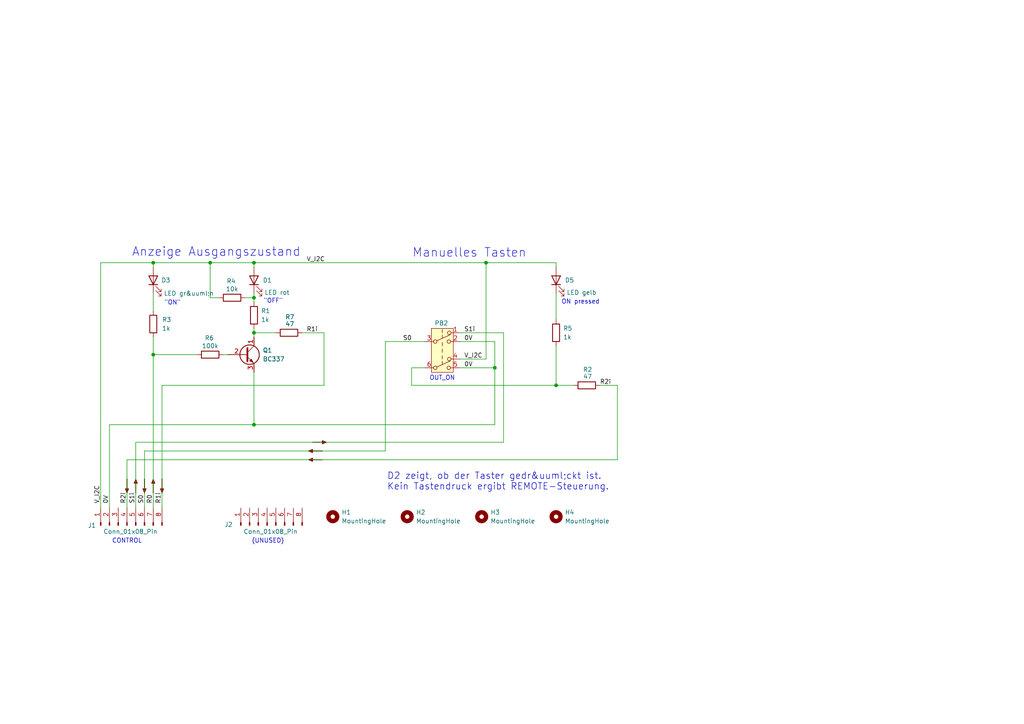
<source format=kicad_sch>
(kicad_sch (version 20231120) (generator "eeschema") (generator_version "8.0")
  (paper "A4")
  (title_block (date "2024-11-24"))
  (lib_symbols
    (symbol "Connector:Conn_01x08_Pin" (pin_names (offset 1.016) hide)
      (property "Reference" "J" (at 0 10.16 0))
      (property "Value" "Conn_01x08_Pin" (at 0 -12.7 0))
      (symbol "Conn_01x08_Pin_1_1"
        (polyline (pts (xy 1.27 -10.16) (xy 0.8636 -10.16)) (stroke (width 0.1524)))
        (polyline (pts (xy 1.27 -7.62) (xy 0.8636 -7.62)) (stroke (width 0.1524)))
        (polyline (pts (xy 1.27 -5.08) (xy 0.8636 -5.08)) (stroke (width 0.1524)))
        (polyline (pts (xy 1.27 -2.54) (xy 0.8636 -2.54)) (stroke (width 0.1524)))
        (polyline (pts (xy 1.27 0) (xy 0.8636 0)) (stroke (width 0.1524)))
        (polyline (pts (xy 1.27 2.54) (xy 0.8636 2.54)) (stroke (width 0.1524)))
        (polyline (pts (xy 1.27 5.08) (xy 0.8636 5.08)) (stroke (width 0.1524)))
        (polyline (pts (xy 1.27 7.62) (xy 0.8636 7.62)) (stroke (width 0.1524)))
        (rectangle (start 0.8636 -10.033) (end 0 -10.287) (stroke (width 0.1524)) (fill (type outline)))
        (rectangle (start 0.8636 -7.493) (end 0 -7.747) (stroke (width 0.1524)) (fill (type outline)))
        (rectangle (start 0.8636 -4.953) (end 0 -5.207) (stroke (width 0.1524)) (fill (type outline)))
        (rectangle (start 0.8636 -2.413) (end 0 -2.667) (stroke (width 0.1524)) (fill (type outline)))
        (rectangle (start 0.8636 0.127) (end 0 -0.127) (stroke (width 0.1524)) (fill (type outline)))
        (rectangle (start 0.8636 2.667) (end 0 2.413) (stroke (width 0.1524)) (fill (type outline)))
        (rectangle (start 0.8636 5.207) (end 0 4.953) (stroke (width 0.1524)) (fill (type outline)))
        (rectangle (start 0.8636 7.747) (end 0 7.493) (stroke (width 0.1524)) (fill (type outline)))
        (pin passive line (at 5.08 7.62 180) (length 3.81) (name "Pin_1") (number "1"))
        (pin passive line (at 5.08 5.08 180) (length 3.81) (name "Pin_2") (number "2"))
        (pin passive line (at 5.08 2.54 180) (length 3.81) (name "Pin_3") (number "3"))
        (pin passive line (at 5.08 0 180) (length 3.81) (name "Pin_4") (number "4"))
        (pin passive line (at 5.08 -2.54 180) (length 3.81) (name "Pin_5") (number "5"))
        (pin passive line (at 5.08 -5.08 180) (length 3.81) (name "Pin_6") (number "6"))
        (pin passive line (at 5.08 -7.62 180) (length 3.81) (name "Pin_7") (number "7"))
        (pin passive line (at 5.08 -10.16 180) (length 3.81) (name "Pin_8") (number "8"))
      )
    )
    (symbol "Device:LED" (pin_numbers hide) (pin_names (offset 1.016) hide)
      (property "Reference" "D" (at 0 2.54 0))
      (property "Value" "LED" (at 0 -2.54 0))
      (symbol "LED_0_1"
        (polyline (pts (xy -1.27 -1.27) (xy -1.27 1.27)) (stroke (width 0.254)))
        (polyline (pts (xy -1.27 0) (xy 1.27 0)))
        (polyline (pts (xy 1.27 -1.27) (xy 1.27 1.27) (xy -1.27 0) (xy 1.27 -1.27)) (stroke (width 0.254)))
        (polyline (pts (xy -3.048 -0.762) (xy -4.572 -2.286) (xy -3.81 -2.286) (xy -4.572 -2.286) (xy -4.572 -1.524)))
        (polyline (pts (xy -1.778 -0.762) (xy -3.302 -2.286) (xy -2.54 -2.286) (xy -3.302 -2.286) (xy -3.302 -1.524)))
      )
      (symbol "LED_1_1"
        (pin passive line (at -3.81 0 0) (length 2.54) (name "K") (number "1"))
        (pin passive line (at 3.81 0 180) (length 2.54) (name "A") (number "2"))
      )
    )
    (symbol "Device:R" (pin_numbers hide) (pin_names (offset 0))
      (property "Reference" "R" (at 2.032 0 90))
      (property "Value" "R" (at 0 0 90))
      (symbol "R_0_1"
        (rectangle (start -1.016 -2.54) (end 1.016 2.54) (stroke (width 0.254)))
      )
      (symbol "R_1_1"
        (pin passive line (at 0 3.81 270) (length 1.27) (name "~") (number "1"))
        (pin passive line (at 0 -3.81 90) (length 1.27) (name "~") (number "2"))
      )
    )
    (symbol "Graphic:SYM_Arrow_Small" (in_bom no) (on_board no)
      (symbol "SYM_Arrow_Small_0_1"
        (polyline (pts (xy 1.524 0) (xy -2.032 0)) (stroke (width 0.254)))
        (polyline (pts (xy 2.032 0) (xy 0.762 -0.508) (xy 0.762 0.508) (xy 2.032 0)) (fill (type outline)))
      )
    )
    (symbol "Transistor_BJT:BC337" (pin_names (offset 0) hide)
      (property "Reference" "Q" (at 5.08 1.905 0))
      (property "Value" "BC337" (at 5.08 0 0))
      (symbol "BC337_0_1"
        (polyline (pts (xy 0 0) (xy 0.635 0)))
        (polyline (pts (xy 0.635 0.635) (xy 2.54 2.54)))
        (polyline (pts (xy 0.635 -0.635) (xy 2.54 -2.54) (xy 2.54 -2.54)))
        (polyline (pts (xy 0.635 1.905) (xy 0.635 -1.905) (xy 0.635 -1.905)) (stroke (width 0.508)))
        (polyline (pts (xy 1.27 -1.778) (xy 1.778 -1.27) (xy 2.286 -2.286) (xy 1.27 -1.778) (xy 1.27 -1.778)) (fill (type outline)))
        (circle (center 1.27 0) (radius 2.8194) (stroke (width 0.254)))
      )
      (symbol "BC337_1_1"
        (pin passive line (at 2.54 5.08 270) (length 2.54) (name "C") (number "1"))
        (pin input line (at -5.08 0 0) (length 5.08) (name "B") (number "2"))
        (pin passive line (at 2.54 -5.08 90) (length 2.54) (name "E") (number "3"))
      )
    )
    (symbol "_kh_library:MountingHole" (pin_names (offset 1.016)) (exclude_from_sim yes) (in_bom no)
      (property "Reference" "H" (at 0 5.08 0))
      (property "Value" "MountingHole" (at 0 3.175 0))
      (symbol "MountingHole_0_1"
        (circle (center 0 0) (radius 1.27) (stroke (width 1.27)))
      )
    )
    (symbol "_kh_library:SW_Push_DPDT_8x8" (pin_names (offset 0) hide)
      (property "Reference" "SW" (at 0 10.16 0))
      (property "Value" "SW_Push_DPDT_8x8" (at -0.254 -5.08 0))
      (symbol "SW_Push_DPDT_8x8_0_0"
        (circle (center -2.032 -2.54) (radius 0.508))
        (circle (center -2.032 5.08) (radius 0.508))
        (circle (center 1.905 -2.54) (radius 0.508))
        (circle (center 1.905 5.08) (radius 0.508))
      )
      (symbol "SW_Push_DPDT_8x8_0_1"
        (polyline (pts (xy -1.524 -2.286) (xy 2.3368 -0.5588)))
        (polyline (pts (xy -1.524 5.334) (xy 2.3368 7.0612)))
        (polyline (pts (xy 0 -0.635) (xy 0 -1.524)))
        (polyline (pts (xy 0 0) (xy 0 1.016)))
        (polyline (pts (xy 0 1.905) (xy 0 2.921)))
        (polyline (pts (xy 0 6.985) (xy 0 6.096)))
        (circle (center 2.032 0) (radius 0.508))
        (circle (center 2.032 7.62) (radius 0.508))
      )
      (symbol "SW_Push_DPDT_8x8_1_1"
        (rectangle (start -3.175 8.89) (end 3.175 -3.81) (fill (type background)))
        (polyline (pts (xy 0 3.81) (xy 0 4.826)))
        (polyline (pts (xy 0 7.62) (xy 0 8.636)))
        (pin passive line (at 5.08 7.62 180) (length 2.54) (name "A") (number "1"))
        (pin passive line (at 5.08 5.08 180) (length 2.54) (name "B") (number "2"))
        (pin passive line (at -5.08 5.08 0) (length 2.54) (name "C") (number "3"))
        (pin passive line (at 5.08 0 180) (length 2.54) (name "A") (number "4"))
        (pin passive line (at 5.08 -2.54 180) (length 2.54) (name "B") (number "5"))
        (pin passive line (at -5.08 -2.54 0) (length 2.54) (name "C") (number "6"))
      )
    )
  )
  (junction (at 44.45 102.87))
  (junction (at 73.66 86.36))
  (junction (at 44.45 76.2))
  (junction (at 73.66 96.52))
  (junction (at 143.51 106.68))
  (junction (at 140.97 76.2))
  (junction (at 60.96 76.2))
  (junction (at 161.29 111.76))
  (junction (at 73.66 123.19))
  (junction (at 73.66 76.2))
  (wire (pts (xy 73.66 123.19) (xy 143.51 123.19)))
  (wire (pts (xy 60.96 86.36) (xy 63.5 86.36)))
  (wire (pts (xy 133.35 104.14) (xy 140.97 104.14)))
  (wire (pts (xy 111.76 130.81) (xy 41.91 130.81)))
  (wire (pts (xy 123.19 99.06) (xy 111.76 99.06)))
  (wire (pts (xy 143.51 106.68) (xy 143.51 123.19)))
  (wire (pts (xy 31.75 123.19) (xy 73.66 123.19)))
  (wire (pts (xy 140.97 76.2) (xy 161.29 76.2)))
  (wire (pts (xy 46.99 111.76) (xy 93.98 111.76)))
  (wire (pts (xy 36.83 133.35) (xy 36.83 147.32)))
  (wire (pts (xy 123.19 106.68) (xy 119.38 106.68)))
  (wire (pts (xy 60.96 76.2) (xy 73.66 76.2)))
  (wire (pts (xy 29.21 76.2) (xy 29.21 147.32)))
  (wire (pts (xy 119.38 106.68) (xy 119.38 111.76)))
  (wire (pts (xy 119.38 111.76) (xy 161.29 111.76)))
  (wire (pts (xy 31.75 147.32) (xy 31.75 123.19)))
  (wire (pts (xy 73.66 96.52) (xy 80.01 96.52)))
  (wire (pts (xy 133.35 106.68) (xy 143.51 106.68)))
  (wire (pts (xy 146.05 96.52) (xy 146.05 128.27)))
  (wire (pts (xy 71.12 86.36) (xy 73.66 86.36)))
  (wire (pts (xy 41.91 130.81) (xy 41.91 147.32)))
  (wire (pts (xy 73.66 76.2) (xy 140.97 76.2)))
  (wire (pts (xy 73.66 107.95) (xy 73.66 123.19)))
  (wire (pts (xy 73.66 96.52) (xy 73.66 97.79)))
  (wire (pts (xy 133.35 96.52) (xy 146.05 96.52)))
  (wire (pts (xy 140.97 104.14) (xy 140.97 76.2)))
  (wire (pts (xy 46.99 147.32) (xy 46.99 111.76)))
  (wire (pts (xy 44.45 85.09) (xy 44.45 90.17)))
  (wire (pts (xy 111.76 99.06) (xy 111.76 130.81)))
  (wire (pts (xy 161.29 100.33) (xy 161.29 111.76)))
  (wire (pts (xy 173.99 111.76) (xy 179.07 111.76)))
  (wire (pts (xy 179.07 111.76) (xy 179.07 133.35)))
  (wire (pts (xy 39.37 128.27) (xy 39.37 147.32)))
  (wire (pts (xy 93.98 111.76) (xy 93.98 96.52)))
  (wire (pts (xy 73.66 85.09) (xy 73.66 86.36)))
  (wire (pts (xy 161.29 76.2) (xy 161.29 77.47)))
  (wire (pts (xy 133.35 99.06) (xy 143.51 99.06)))
  (wire (pts (xy 64.77 102.87) (xy 66.04 102.87)))
  (wire (pts (xy 73.66 76.2) (xy 73.66 77.47)))
  (wire (pts (xy 87.63 96.52) (xy 93.98 96.52)))
  (wire (pts (xy 44.45 76.2) (xy 44.45 77.47)))
  (wire (pts (xy 44.45 102.87) (xy 44.45 147.32)))
  (wire (pts (xy 161.29 111.76) (xy 166.37 111.76)))
  (wire (pts (xy 44.45 102.87) (xy 57.15 102.87)))
  (wire (pts (xy 143.51 99.06) (xy 143.51 106.68)))
  (wire (pts (xy 44.45 76.2) (xy 29.21 76.2)))
  (wire (pts (xy 44.45 97.79) (xy 44.45 102.87)))
  (wire (pts (xy 161.29 85.09) (xy 161.29 92.71)))
  (wire (pts (xy 73.66 95.25) (xy 73.66 96.52)))
  (wire (pts (xy 73.66 86.36) (xy 73.66 87.63)))
  (wire (pts (xy 44.45 76.2) (xy 60.96 76.2)))
  (wire (pts (xy 39.37 128.27) (xy 146.05 128.27)))
  (wire (pts (xy 179.07 133.35) (xy 36.83 133.35)))
  (wire (pts (xy 60.96 86.36) (xy 60.96 76.2)))
  (text "(UNUSED)" (at 77.724 156.972 0) (effects (font (size 1.27 1.27))))
  (text "OUT_ON" (at 128.27 109.728 0) (effects (font (size 1.27 1.27))))
  (text "D2 zeigt, ob der Taster gedr&uuml;ckt ist.\nKein Tastendruck ergibt REMOTE-Steuerung." (at 112.268 139.7 0) (effects (font (size 1.905 1.905)) (justify left)))
  (text "Manuelles Tasten" (at 136.144 73.406 0) (effects (font (size 2.54 2.54))))
  (text "\"OFF\"" (at 79.248 87.376 0) (effects (font (size 1.27 1.27))))
  (text "ON pressed" (at 168.402 87.63 0) (effects (font (size 1.27 1.27))))
  (text "CONTROL" (at 36.83 156.972 0) (effects (font (size 1.27 1.27))))
  (text "Anzeige Ausgangszustand" (at 62.738 73.152 0) (effects (font (size 2.54 2.54))))
  (text "\"ON\"" (at 50.038 87.884 0) (effects (font (size 1.27 1.27))))
  (label "V_I2C" (at 134.62 104.14 0))
  (label "0V" (at 134.62 99.06 0))
  (label "R2i" (at 173.99 111.76 0))
  (label "R0" (at 44.45 146.05 90))
  (label "S1i" (at 39.37 146.05 90))
  (label "0V" (at 134.62 106.68 0))
  (label "R1i" (at 88.9 96.52 0))
  (label "S1i" (at 134.62 96.52 0))
  (label "V_I2C" (at 29.21 146.05 90))
  (label "V_I2C" (at 88.9 76.2 0))
  (label "S0" (at 41.91 146.05 90))
  (label "R2i" (at 36.83 146.05 90))
  (label "S0" (at 116.84 99.06 0))
  (label "R1i" (at 46.99 146.05 90))
  (label "0V" (at 31.75 146.05 90))
  (symbol (lib_id "Device:R") (at 83.82 96.52 90) (unit 1)
    (property "Reference" "R7" (at 84.074 91.948 90))
    (property "Value" "47" (at 84.074 93.98 90))
    (property "Footprint" "Resistor_THT:R_Axial_DIN0204_L3.6mm_D1.6mm_P2.54mm_Vertical" (effects (hide yes)))
  )
  (symbol (lib_id "Device:LED") (at 73.66 81.28 90) (unit 1)
    (property "Reference" "D1" (at 76.2 81.28 90) (effects (justify right)))
    (property "Value" "LED rot" (at 76.708 84.836 90) (effects (justify right)))
    (property "Footprint" "LED_THT:LED_D3.0mm" (effects (hide yes)))
  )
  (symbol (lib_id "Graphic:SYM_Arrow_Small") (at 39.37 140.97 90) (unit 1) (exclude_from_sim yes) (in_bom no) (on_board no)
    (property "Reference" "#SYM7" (effects (hide yes)))
    (property "Value" "SYM_Arrow_Small" (effects (hide yes)))
    (property "Description" "Filled arrow, 160mil" (effects (hide yes)))
  )
  (symbol (lib_id "_kh_library:MountingHole") (at 96.52 149.86 0) (unit 1) (exclude_from_sim yes) (in_bom no)
    (property "Reference" "H1" (at 99.06 148.5899 0) (effects (justify left)))
    (property "Value" "MountingHole" (at 99.06 151.1299 0) (effects (justify left)))
    (property "Footprint" "_kh_library:MountingHole_2.2mm_M2_Pad_TopBottom_kh" (effects (hide yes)))
    (property "Description" "Mounting Hole without connection" (effects (hide yes)))
  )
  (symbol (lib_id "Device:R") (at 44.45 93.98 0) (unit 1)
    (property "Reference" "R3" (at 46.99 92.7099 0) (effects (justify left)))
    (property "Value" "1k" (at 46.99 95.2499 0) (effects (justify left)))
    (property "Footprint" "Resistor_THT:R_Axial_DIN0204_L3.6mm_D1.6mm_P2.54mm_Vertical" (effects (hide yes)))
  )
  (symbol (lib_id "Graphic:SYM_Arrow_Small") (at 36.83 140.97 270) (unit 1) (exclude_from_sim yes) (in_bom no) (on_board no)
    (property "Reference" "#SYM1" (effects (hide yes)))
    (property "Value" "SYM_Arrow_Small" (effects (hide yes)))
    (property "Description" "Filled arrow, 160mil" (effects (hide yes)))
  )
  (symbol (lib_id "Device:LED") (at 44.45 81.28 90) (unit 1)
    (property "Reference" "D3" (at 46.736 81.28 90) (effects (justify right)))
    (property "Value" "LED gr&uuml;n" (at 47.498 85.09 90) (effects (justify right)))
    (property "Footprint" "LED_THT:LED_D3.0mm" (effects (hide yes)))
  )
  (symbol (lib_id "Device:R") (at 60.96 102.87 90) (unit 1)
    (property "Reference" "R6" (at 60.706 98.044 90))
    (property "Value" "100k" (at 60.96 100.33 90))
    (property "Footprint" "_kh_library:R_Axial_DIN0204_L3.6mm_D1.6mm_P2.54mm_Vertical_kh" (effects (hide yes)))
  )
  (symbol (lib_id "Device:R") (at 73.66 91.44 0) (unit 1)
    (property "Reference" "R1" (at 75.692 90.17 0) (effects (justify left)))
    (property "Value" "1k" (at 75.692 92.71 0) (effects (justify left)))
    (property "Footprint" "Resistor_THT:R_Axial_DIN0204_L3.6mm_D1.6mm_P2.54mm_Vertical" (effects (hide yes)))
  )
  (symbol (lib_id "Graphic:SYM_Arrow_Small") (at 46.99 140.97 270) (unit 1) (exclude_from_sim yes) (in_bom no) (on_board no)
    (property "Reference" "#SYM3" (effects (hide yes)))
    (property "Value" "SYM_Arrow_Small" (effects (hide yes)))
    (property "Description" "Filled arrow, 160mil" (effects (hide yes)))
  )
  (symbol (lib_id "Transistor_BJT:BC337") (at 71.12 102.87 0) (unit 1)
    (property "Reference" "Q1" (at 76.2 101.5999 0) (effects (justify left)))
    (property "Value" "BC337" (at 76.2 104.1399 0) (effects (justify left)))
    (property "Footprint" "_kh_library:TO-92_Inline_Wide_custom" (effects (hide yes)))
    (property "Datasheet" "https://diotec.com/tl_files/diotec/files/pdf/datasheets/bc337.pdf" (effects (hide yes)))
  )
  (symbol (lib_id "_kh_library:MountingHole") (at 139.7 149.86 0) (unit 1) (exclude_from_sim yes) (in_bom no)
    (property "Reference" "H3" (at 142.24 148.5899 0) (effects (justify left)))
    (property "Value" "MountingHole" (at 142.24 151.1299 0) (effects (justify left)))
    (property "Footprint" "_kh_library:MountingHole_2.2mm_M2_Pad_TopBottom_kh" (effects (hide yes)))
    (property "Description" "Mounting Hole without connection" (effects (hide yes)))
  )
  (symbol (lib_id "_kh_library:MountingHole") (at 118.11 149.86 0) (unit 1) (exclude_from_sim yes) (in_bom no)
    (property "Reference" "H2" (at 120.65 148.5899 0) (effects (justify left)))
    (property "Value" "MountingHole" (at 120.65 151.1299 0) (effects (justify left)))
    (property "Footprint" "_kh_library:MountingHole_2.2mm_M2_Pad_TopBottom_kh" (effects (hide yes)))
    (property "Description" "Mounting Hole without connection" (effects (hide yes)))
  )
  (symbol (lib_id "_kh_library:MountingHole") (at 161.29 149.86 0) (unit 1) (exclude_from_sim yes) (in_bom no)
    (property "Reference" "H4" (at 163.83 148.5899 0) (effects (justify left)))
    (property "Value" "MountingHole" (at 163.83 151.1299 0) (effects (justify left)))
    (property "Footprint" "_kh_library:MountingHole_2.2mm_M2_Pad_TopBottom_kh" (effects (hide yes)))
    (property "Description" "Mounting Hole without connection" (effects (hide yes)))
  )
  (symbol (lib_id "Connector:Conn_01x08_Pin") (at 77.47 152.4 90) (unit 1)
    (property "Reference" "J2" (at 66.294 152.146 90))
    (property "Value" "Conn_01x08_Pin" (at 78.486 154.178 90))
    (property "Footprint" "_kh_library:PinSocket_1x08_P2.54mm_Vertical_11mm_kh" (effects (hide yes)))
    (property "Description" "Generic connector, single row, 01x08, script generated" (effects (hide yes)))
  )
  (symbol (lib_id "Graphic:SYM_Arrow_Small") (at 91.44 130.81 180) (unit 1) (exclude_from_sim yes) (in_bom no) (on_board no)
    (property "Reference" "#SYM9" (effects (hide yes)))
    (property "Value" "SYM_Arrow_Small" (effects (hide yes)))
    (property "Description" "Filled arrow, 160mil" (effects (hide yes)))
  )
  (symbol (lib_id "Graphic:SYM_Arrow_Small") (at 92.71 128.27 0) (unit 1) (exclude_from_sim yes) (in_bom no) (on_board no)
    (property "Reference" "#SYM8" (effects (hide yes)))
    (property "Value" "SYM_Arrow_Small" (effects (hide yes)))
    (property "Description" "Filled arrow, 160mil" (effects (hide yes)))
  )
  (symbol (lib_id "Device:LED") (at 161.29 81.28 90) (unit 1)
    (property "Reference" "D5" (at 163.83 81.28 90) (effects (justify right)))
    (property "Value" "LED gelb" (at 164.338 84.836 90) (effects (justify right)))
    (property "Footprint" "LED_THT:LED_D3.0mm" (effects (hide yes)))
  )
  (symbol (lib_id "Device:R") (at 67.31 86.36 90) (unit 1)
    (property "Reference" "R4" (at 67.056 81.534 90))
    (property "Value" "10k" (at 67.31 83.82 90))
    (property "Footprint" "_kh_library:R_Axial_DIN0204_L3.6mm_D1.6mm_P2.54mm_Vertical_kh" (effects (hide yes)))
  )
  (symbol (lib_id "Graphic:SYM_Arrow_Small") (at 41.91 140.97 270) (unit 1) (exclude_from_sim yes) (in_bom no) (on_board no)
    (property "Reference" "#SYM10" (effects (hide yes)))
    (property "Value" "SYM_Arrow_Small" (effects (hide yes)))
    (property "Description" "Filled arrow, 160mil" (effects (hide yes)))
  )
  (symbol (lib_id "Device:R") (at 161.29 96.52 0) (unit 1)
    (property "Reference" "R5" (at 163.322 95.25 0) (effects (justify left)))
    (property "Value" "1k" (at 163.322 97.79 0) (effects (justify left)))
    (property "Footprint" "_kh_library:R_Axial_DIN0204_L3.6mm_D1.6mm_P10,16mm_Horizontal" (effects (hide yes)))
  )
  (symbol (lib_id "Graphic:SYM_Arrow_Small") (at 44.45 140.97 90) (unit 1) (exclude_from_sim yes) (in_bom no) (on_board no)
    (property "Reference" "#SYM4" (effects (hide yes)))
    (property "Value" "SYM_Arrow_Small" (effects (hide yes)))
    (property "Description" "Filled arrow, 160mil" (effects (hide yes)))
  )
  (symbol (lib_id "_kh_library:SW_Push_DPDT_8x8") (at 128.27 104.14 0) (unit 1)
    (property "Reference" "PB2" (at 128.016 93.726 0))
    (property "Value" "SW_Push_DPDT_8x8" (effects (hide yes)))
    (property "Footprint" "_kh_library:SW_Push_DPDT_8x8" (effects (hide yes)))
    (property "Description" "Taster_2xUM" (effects (hide yes)))
  )
  (symbol (lib_id "Graphic:SYM_Arrow_Small") (at 91.44 133.35 180) (unit 1) (exclude_from_sim yes) (in_bom no) (on_board no)
    (property "Reference" "#SYM2" (effects (hide yes)))
    (property "Value" "SYM_Arrow_Small" (effects (hide yes)))
    (property "Description" "Filled arrow, 160mil" (effects (hide yes)))
  )
  (symbol (lib_id "Device:R") (at 170.18 111.76 90) (unit 1)
    (property "Reference" "R2" (at 170.434 107.188 90))
    (property "Value" "47" (at 170.434 109.22 90))
    (property "Footprint" "Resistor_THT:R_Axial_DIN0204_L3.6mm_D1.6mm_P2.54mm_Vertical" (effects (hide yes)))
  )
  (symbol (lib_id "Connector:Conn_01x08_Pin") (at 36.83 152.4 90) (unit 1)
    (property "Reference" "J1" (at 26.67 152.4 90))
    (property "Value" "Conn_01x08_Pin" (at 37.846 154.178 90))
    (property "Footprint" "_kh_library:PinSocket_1x08_P2.54mm_Vertical_11mm_kh" (effects (hide yes)))
    (property "Description" "Generic connector, single row, 01x08, script generated" (effects (hide yes)))
  )
)
</source>
